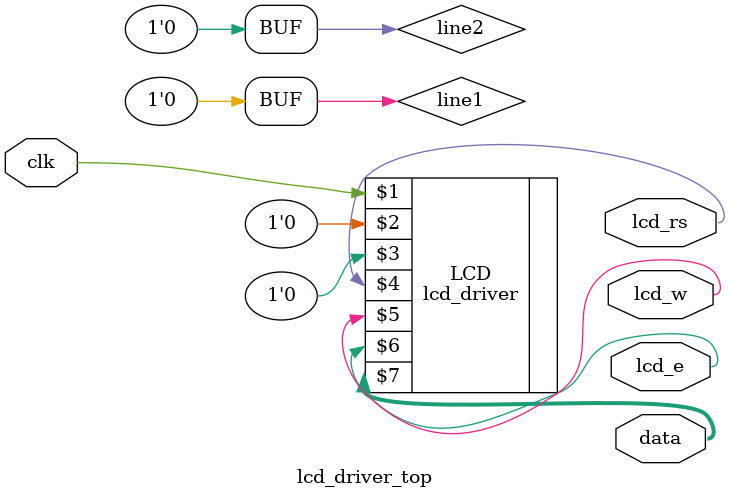
<source format=v>
module lcd_driver_top(clk, lcd_rs, lcd_w, lcd_e, data);
    
    input clk;
    output lcd_rs,lcd_w,lcd_e;
    wire lcd_rs,lcd_w,lcd_e;
    output [3:0] data;
    wire [3:0] data;

    wire line1 = "WELCOME TO CSE, ";
    wire line2 = "IIT KANPUR      ";

    lcd_driver LCD (clk, line1, line2, lcd_rs, lcd_w, lcd_e, data);

endmodule

</source>
